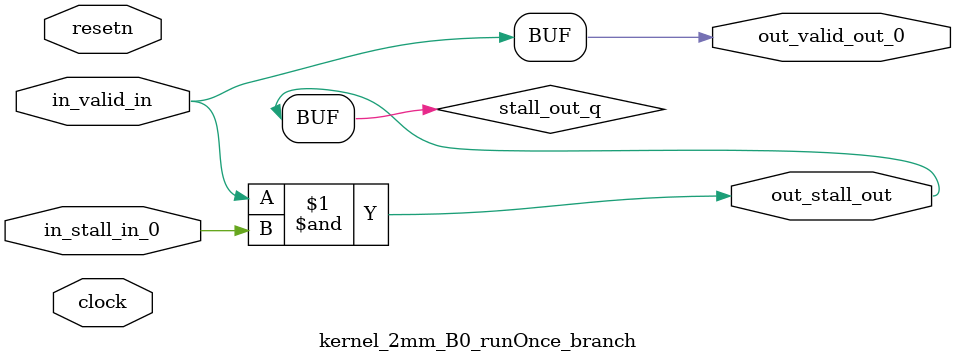
<source format=sv>



(* altera_attribute = "-name AUTO_SHIFT_REGISTER_RECOGNITION OFF; -name MESSAGE_DISABLE 10036; -name MESSAGE_DISABLE 10037; -name MESSAGE_DISABLE 14130; -name MESSAGE_DISABLE 14320; -name MESSAGE_DISABLE 15400; -name MESSAGE_DISABLE 14130; -name MESSAGE_DISABLE 10036; -name MESSAGE_DISABLE 12020; -name MESSAGE_DISABLE 12030; -name MESSAGE_DISABLE 12010; -name MESSAGE_DISABLE 12110; -name MESSAGE_DISABLE 14320; -name MESSAGE_DISABLE 13410; -name MESSAGE_DISABLE 113007; -name MESSAGE_DISABLE 10958" *)
module kernel_2mm_B0_runOnce_branch (
    input wire [0:0] in_stall_in_0,
    input wire [0:0] in_valid_in,
    output wire [0:0] out_stall_out,
    output wire [0:0] out_valid_out_0,
    input wire clock,
    input wire resetn
    );

    wire [0:0] stall_out_q;


    // stall_out(LOGICAL,6)
    assign stall_out_q = in_valid_in & in_stall_in_0;

    // out_stall_out(GPOUT,4)
    assign out_stall_out = stall_out_q;

    // out_valid_out_0(GPOUT,5)
    assign out_valid_out_0 = in_valid_in;

endmodule

</source>
